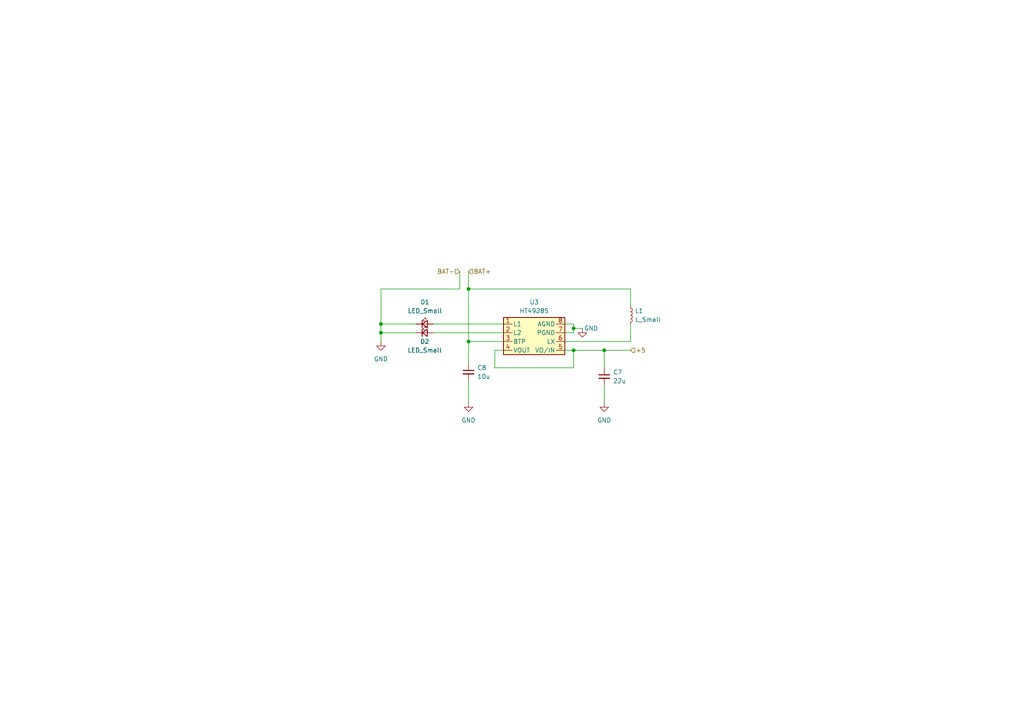
<source format=kicad_sch>
(kicad_sch (version 20230121) (generator eeschema)
  (paper "A4")
  (title_block (title "Carregador de Bateria Elevador") (date "2023-10-09") (rev "1.0.0") (company "IFSC - Projeto Integrador 2"))
  (lib_symbols
    (symbol "Device:C_Small" (pin_numbers hide) (pin_names (offset 0.254) hide)
      (property "Reference" "C" (at 0.254 1.778 0))
      (property "Value" "C_Small" (at 0.254 -2.032 0))
      (symbol "C_Small_0_1"
        (polyline (pts (xy -1.524 -0.508) (xy 1.524 -0.508)) (stroke (width 0.3302)))
        (polyline (pts (xy -1.524 0.508) (xy 1.524 0.508)) (stroke (width 0.3048)))
      )
      (symbol "C_Small_1_1"
        (pin passive line (at 0 2.54 270) (length 2.032) (name "~") (number "1"))
        (pin passive line (at 0 -2.54 90) (length 2.032) (name "~") (number "2"))
      )
    )
    (symbol "Device:LED_Small" (pin_numbers hide) (pin_names (offset 0.254) hide)
      (property "Reference" "D" (at -1.27 3.175 0))
      (property "Value" "LED_Small" (at -4.445 -2.54 0))
      (symbol "LED_Small_0_1"
        (polyline (pts (xy -0.762 -1.016) (xy -0.762 1.016)) (stroke (width 0.254)))
        (polyline (pts (xy 1.016 0) (xy -0.762 0)))
        (polyline (pts (xy 0.762 -1.016) (xy -0.762 0) (xy 0.762 1.016) (xy 0.762 -1.016)) (stroke (width 0.254)))
        (polyline (pts (xy 0 0.762) (xy -0.508 1.27) (xy -0.254 1.27) (xy -0.508 1.27) (xy -0.508 1.016)))
        (polyline (pts (xy 0.508 1.27) (xy 0 1.778) (xy 0.254 1.778) (xy 0 1.778) (xy 0 1.524)))
      )
      (symbol "LED_Small_1_1"
        (pin passive line (at -2.54 0 0) (length 1.778) (name "K") (number "1"))
        (pin passive line (at 2.54 0 180) (length 1.778) (name "A") (number "2"))
      )
    )
    (symbol "Device:L_Small" (pin_numbers hide) (pin_names (offset 0.254) hide)
      (property "Reference" "L" (at 0.762 1.016 0))
      (property "Value" "L_Small" (at 0.762 -1.016 0))
      (symbol "L_Small_0_1"
        (arc (start 0 -2.032) (mid 0.5058 -1.524) (end 0 -1.016))
        (arc (start 0 -1.016) (mid 0.5058 -0.508) (end 0 0))
        (arc (start 0 0) (mid 0.5058 0.508) (end 0 1.016))
        (arc (start 0 1.016) (mid 0.5058 1.524) (end 0 2.032))
      )
      (symbol "L_Small_1_1"
        (pin passive line (at 0 2.54 270) (length 0.508) (name "~") (number "1"))
        (pin passive line (at 0 -2.54 90) (length 0.508) (name "~") (number "2"))
      )
    )
    (symbol "MQ:HT4928S" (pin_names (offset 0.254))
      (property "Reference" "U" (at -6.35 5.715 0))
      (property "Value" "HT4928S" (at 0 5.715 0))
      (symbol "HT4928S_0_1"
        (rectangle (start -7.62 4.445) (end 10.16 -6.35) (stroke (width 0.254)) (fill (type background)))
      )
      (symbol "HT4928S_1_1"
        (pin power_out line (at -7.62 2.54 0) (length 2.54) (name "L1") (number "1"))
        (pin power_out line (at -7.62 0 0) (length 2.54) (name "L2") (number "2"))
        (pin bidirectional line (at -7.62 -2.54 0) (length 2.54) (name "BTP") (number "3"))
        (pin power_out line (at -7.62 -5.08 0) (length 2.54) (name "VOUT") (number "4"))
        (pin power_out line (at 10.16 -5.08 180) (length 2.54) (name "VO/IN") (number "5"))
        (pin power_out line (at 10.16 -2.54 180) (length 2.54) (name "LX") (number "6"))
        (pin power_out line (at 10.16 0 180) (length 2.54) (name "PGND") (number "7"))
        (pin power_out line (at 10.16 2.54 180) (length 2.54) (name "AGND") (number "8"))
      )
    )
    (symbol "power:GND" (power) (pin_names (offset 0))
      (property "Value" "GND" (at 0 -3.81 0))
      (symbol "GND_0_1"
        (polyline (pts (xy 0 0) (xy 0 -1.27) (xy 1.27 -1.27) (xy 0 -2.54) (xy -1.27 -1.27) (xy 0 -1.27)))
      )
      (symbol "GND_1_1"
        (pin power_in line (at 0 0 270) (length 0) hide (name "GND") (number "1"))
      )
    )
  )
  (junction (at 110.49 93.98))
  (junction (at 135.89 83.82))
  (junction (at 135.89 99.06))
  (junction (at 175.26 101.6))
  (junction (at 166.37 95.25))
  (junction (at 166.37 101.6))
  (junction (at 110.49 96.52))
  (wire (pts (xy 175.26 101.6) (xy 182.88 101.6)))
  (wire (pts (xy 135.89 78.74) (xy 135.89 83.82)))
  (wire (pts (xy 166.37 95.25) (xy 166.37 93.98)))
  (wire (pts (xy 182.88 93.98) (xy 182.88 99.06)))
  (wire (pts (xy 182.88 88.9) (xy 182.88 83.82)))
  (wire (pts (xy 182.88 83.82) (xy 135.89 83.82)))
  (wire (pts (xy 125.73 93.98) (xy 146.05 93.98)))
  (wire (pts (xy 166.37 95.25) (xy 168.91 95.25)))
  (wire (pts (xy 166.37 101.6) (xy 175.26 101.6)))
  (wire (pts (xy 163.83 101.6) (xy 166.37 101.6)))
  (wire (pts (xy 163.83 96.52) (xy 166.37 96.52)))
  (wire (pts (xy 166.37 106.68) (xy 166.37 101.6)))
  (wire (pts (xy 110.49 93.98) (xy 120.65 93.98)))
  (wire (pts (xy 110.49 96.52) (xy 120.65 96.52)))
  (wire (pts (xy 110.49 99.06) (xy 110.49 96.52)))
  (wire (pts (xy 135.89 110.49) (xy 135.89 116.84)))
  (wire (pts (xy 175.26 101.6) (xy 175.26 106.68)))
  (wire (pts (xy 143.51 101.6) (xy 143.51 106.68)))
  (wire (pts (xy 175.26 111.76) (xy 175.26 116.84)))
  (wire (pts (xy 166.37 96.52) (xy 166.37 95.25)))
  (wire (pts (xy 143.51 106.68) (xy 166.37 106.68)))
  (wire (pts (xy 135.89 83.82) (xy 135.89 99.06)))
  (wire (pts (xy 133.35 83.82) (xy 110.49 83.82)))
  (wire (pts (xy 146.05 101.6) (xy 143.51 101.6)))
  (wire (pts (xy 125.73 96.52) (xy 146.05 96.52)))
  (wire (pts (xy 135.89 99.06) (xy 146.05 99.06)))
  (wire (pts (xy 163.83 93.98) (xy 166.37 93.98)))
  (wire (pts (xy 110.49 83.82) (xy 110.49 93.98)))
  (wire (pts (xy 110.49 93.98) (xy 110.49 96.52)))
  (wire (pts (xy 133.35 78.74) (xy 133.35 83.82)))
  (wire (pts (xy 182.88 99.06) (xy 163.83 99.06)))
  (wire (pts (xy 135.89 105.41) (xy 135.89 99.06)))
  (hierarchical_label "BAT-" (shape input) (at 133.35 78.74 180))
  (hierarchical_label "+5" (shape input) (at 182.88 101.6 0))
  (hierarchical_label "BAT+" (shape input) (at 135.89 78.74 0))
  (symbol (lib_id "power:GND") (at 135.89 116.84 0) (unit 1)
    (property "Reference" "#PWR08" (effects hide))
    (property "Value" "GND" (at 135.89 121.92 0))
  )
  (symbol (lib_id "Device:C_Small") (at 175.26 109.22 0) (unit 1)
    (property "Reference" "C7" (at 177.8 107.9563 0) (effects (justify left)))
    (property "Value" "22u" (at 177.8 110.4963 0) (effects (justify left)))
    (property "Footprint" "Capacitor_SMD:C_1210_3225Metric_Pad1.33x2.70mm_HandSolder" (effects hide))
  )
  (symbol (lib_id "power:GND") (at 168.91 95.25 0) (unit 1)
    (property "Reference" "#PWR05" (effects hide))
    (property "Value" "GND" (at 171.45 95.25 0))
  )
  (symbol (lib_id "power:GND") (at 175.26 116.84 0) (unit 1)
    (property "Reference" "#PWR06" (effects hide))
    (property "Value" "GND" (at 175.26 121.92 0))
  )
  (symbol (lib_id "Device:C_Small") (at 135.89 107.95 0) (unit 1)
    (property "Reference" "C8" (at 138.43 106.6863 0) (effects (justify left)))
    (property "Value" "10u" (at 138.43 109.2263 0) (effects (justify left)))
    (property "Footprint" "Capacitor_SMD:C_0805_2012Metric_Pad1.18x1.45mm_HandSolder" (effects hide))
  )
  (symbol (lib_id "Device:LED_Small") (at 123.19 93.98 0) (unit 1)
    (property "Reference" "D1" (at 123.2535 87.63 0))
    (property "Value" "LED_Small" (at 123.2535 90.17 0))
    (property "Footprint" "Diode_SMD:D_0805_2012Metric_Pad1.15x1.40mm_HandSolder" (effects hide))
  )
  (symbol (lib_id "power:GND") (at 110.49 99.06 0) (unit 1)
    (property "Reference" "#PWR01" (effects hide))
    (property "Value" "GND" (at 110.49 104.14 0))
  )
  (symbol (lib_id "Device:LED_Small") (at 123.19 96.52 0) (unit 1)
    (property "Reference" "D2" (at 123.19 99.06 0))
    (property "Value" "LED_Small" (at 123.19 101.6 0))
    (property "Footprint" "Diode_SMD:D_0805_2012Metric_Pad1.15x1.40mm_HandSolder" (effects hide))
  )
  (symbol (lib_id "Device:L_Small") (at 182.88 91.44 0) (unit 1)
    (property "Reference" "L1" (at 184.15 90.17 0) (effects (justify left)))
    (property "Value" "L_Small" (at 184.15 92.71 0) (effects (justify left)))
    (property "Footprint" "Inductor_SMD:L_1812_4532Metric_Pad1.30x3.40mm_HandSolder" (effects hide))
  )
  (symbol (lib_id "MQ:HT4928S") (at 153.67 96.52 0) (unit 1)
    (property "Reference" "U3" (at 154.94 87.63 0))
    (property "Value" "HT4928S" (at 154.94 90.17 0))
    (property "Footprint" "Package_SO:SOP-8_3.9x4.9mm_P1.27mm" (effects hide))
  )
)
</source>
